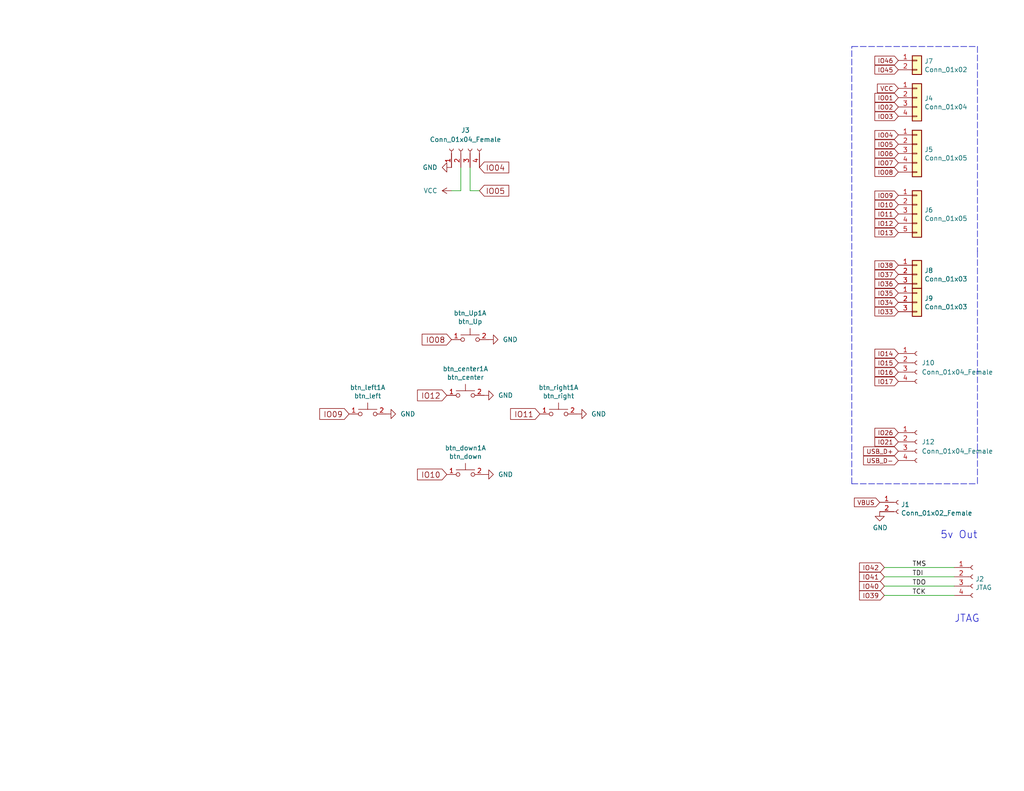
<source format=kicad_sch>
(kicad_sch (version 20211123) (generator eeschema)
  (paper "USLetter")
  (title_block (title "LED Strip Board") (date "2021-10-05") (rev "1.4") (company "BadgePirates") (comment 1 "ESP32-S2 WROVER"))
  (lib_symbols
    (symbol "Connector:Conn_01x02_Female" (pin_names (offset 1.016) hide)
      (property "Reference" "J" (at 0 2.54 0))
      (property "Value" "Conn_01x02_Female" (at 0 -5.08 0))
      (symbol "Conn_01x02_Female_1_1"
        (arc (start 0 -2.032) (mid -0.508 -2.54) (end 0 -3.048) (stroke (width 0.1524)))
        (polyline (pts (xy -1.27 -2.54) (xy -0.508 -2.54)) (stroke (width 0.1524)))
        (polyline (pts (xy -1.27 0) (xy -0.508 0)) (stroke (width 0.1524)))
        (arc (start 0 0.508) (mid -0.508 0) (end 0 -0.508) (stroke (width 0.1524)))
        (pin passive line (at -5.08 0 0) (length 3.81) (name "Pin_1") (number "1"))
        (pin passive line (at -5.08 -2.54 0) (length 3.81) (name "Pin_2") (number "2"))
      )
    )
    (symbol "Connector:Conn_01x04_Female" (pin_names (offset 1.016) hide)
      (property "Reference" "J" (at 0 5.08 0))
      (property "Value" "Conn_01x04_Female" (at 0 -7.62 0))
      (symbol "Conn_01x04_Female_1_1"
        (arc (start 0 -4.572) (mid -0.508 -5.08) (end 0 -5.588) (stroke (width 0.1524)))
        (arc (start 0 -2.032) (mid -0.508 -2.54) (end 0 -3.048) (stroke (width 0.1524)))
        (polyline (pts (xy -1.27 -5.08) (xy -0.508 -5.08)) (stroke (width 0.1524)))
        (polyline (pts (xy -1.27 -2.54) (xy -0.508 -2.54)) (stroke (width 0.1524)))
        (polyline (pts (xy -1.27 0) (xy -0.508 0)) (stroke (width 0.1524)))
        (polyline (pts (xy -1.27 2.54) (xy -0.508 2.54)) (stroke (width 0.1524)))
        (arc (start 0 0.508) (mid -0.508 0) (end 0 -0.508) (stroke (width 0.1524)))
        (arc (start 0 3.048) (mid -0.508 2.54) (end 0 2.032) (stroke (width 0.1524)))
        (pin passive line (at -5.08 2.54 0) (length 3.81) (name "Pin_1") (number "1"))
        (pin passive line (at -5.08 0 0) (length 3.81) (name "Pin_2") (number "2"))
        (pin passive line (at -5.08 -2.54 0) (length 3.81) (name "Pin_3") (number "3"))
        (pin passive line (at -5.08 -5.08 0) (length 3.81) (name "Pin_4") (number "4"))
      )
    )
    (symbol "Connector_Generic:Conn_01x02" (pin_names (offset 1.016) hide)
      (property "Reference" "J" (at 0 2.54 0))
      (property "Value" "Conn_01x02" (at 0 -5.08 0))
      (symbol "Conn_01x02_1_1"
        (rectangle (start -1.27 -2.413) (end 0 -2.667) (stroke (width 0.1524)))
        (rectangle (start -1.27 0.127) (end 0 -0.127) (stroke (width 0.1524)))
        (rectangle (start -1.27 1.27) (end 1.27 -3.81) (stroke (width 0.254)) (fill (type background)))
        (pin passive line (at -5.08 0 0) (length 3.81) (name "Pin_1") (number "1"))
        (pin passive line (at -5.08 -2.54 0) (length 3.81) (name "Pin_2") (number "2"))
      )
    )
    (symbol "Connector_Generic:Conn_01x03" (pin_names (offset 1.016) hide)
      (property "Reference" "J" (at 0 5.08 0))
      (property "Value" "Conn_01x03" (at 0 -5.08 0))
      (symbol "Conn_01x03_1_1"
        (rectangle (start -1.27 -2.413) (end 0 -2.667) (stroke (width 0.1524)))
        (rectangle (start -1.27 0.127) (end 0 -0.127) (stroke (width 0.1524)))
        (rectangle (start -1.27 2.667) (end 0 2.413) (stroke (width 0.1524)))
        (rectangle (start -1.27 3.81) (end 1.27 -3.81) (stroke (width 0.254)) (fill (type background)))
        (pin passive line (at -5.08 2.54 0) (length 3.81) (name "Pin_1") (number "1"))
        (pin passive line (at -5.08 0 0) (length 3.81) (name "Pin_2") (number "2"))
        (pin passive line (at -5.08 -2.54 0) (length 3.81) (name "Pin_3") (number "3"))
      )
    )
    (symbol "Connector_Generic:Conn_01x04" (pin_names (offset 1.016) hide)
      (property "Reference" "J" (at 0 5.08 0))
      (property "Value" "Conn_01x04" (at 0 -7.62 0))
      (symbol "Conn_01x04_1_1"
        (rectangle (start -1.27 -4.953) (end 0 -5.207) (stroke (width 0.1524)))
        (rectangle (start -1.27 -2.413) (end 0 -2.667) (stroke (width 0.1524)))
        (rectangle (start -1.27 0.127) (end 0 -0.127) (stroke (width 0.1524)))
        (rectangle (start -1.27 2.667) (end 0 2.413) (stroke (width 0.1524)))
        (rectangle (start -1.27 3.81) (end 1.27 -6.35) (stroke (width 0.254)) (fill (type background)))
        (pin passive line (at -5.08 2.54 0) (length 3.81) (name "Pin_1") (number "1"))
        (pin passive line (at -5.08 0 0) (length 3.81) (name "Pin_2") (number "2"))
        (pin passive line (at -5.08 -2.54 0) (length 3.81) (name "Pin_3") (number "3"))
        (pin passive line (at -5.08 -5.08 0) (length 3.81) (name "Pin_4") (number "4"))
      )
    )
    (symbol "Connector_Generic:Conn_01x05" (pin_names (offset 1.016) hide)
      (property "Reference" "J" (at 0 7.62 0))
      (property "Value" "Conn_01x05" (at 0 -7.62 0))
      (symbol "Conn_01x05_1_1"
        (rectangle (start -1.27 -4.953) (end 0 -5.207) (stroke (width 0.1524)))
        (rectangle (start -1.27 -2.413) (end 0 -2.667) (stroke (width 0.1524)))
        (rectangle (start -1.27 0.127) (end 0 -0.127) (stroke (width 0.1524)))
        (rectangle (start -1.27 2.667) (end 0 2.413) (stroke (width 0.1524)))
        (rectangle (start -1.27 5.207) (end 0 4.953) (stroke (width 0.1524)))
        (rectangle (start -1.27 6.35) (end 1.27 -6.35) (stroke (width 0.254)) (fill (type background)))
        (pin passive line (at -5.08 5.08 0) (length 3.81) (name "Pin_1") (number "1"))
        (pin passive line (at -5.08 2.54 0) (length 3.81) (name "Pin_2") (number "2"))
        (pin passive line (at -5.08 0 0) (length 3.81) (name "Pin_3") (number "3"))
        (pin passive line (at -5.08 -2.54 0) (length 3.81) (name "Pin_4") (number "4"))
        (pin passive line (at -5.08 -5.08 0) (length 3.81) (name "Pin_5") (number "5"))
      )
    )
    (symbol "Switch:SW_Push_Dual_x2" (pin_names (offset 1.016) hide)
      (property "Reference" "SW" (at 1.27 2.54 0))
      (property "Value" "SW_Push_Dual_x2" (at 0 -1.524 0))
      (symbol "SW_Push_Dual_x2_0_1"
        (circle (center -2.032 0) (radius 0.508))
        (polyline (pts (xy 0 1.27) (xy 0 3.048)))
        (polyline (pts (xy 2.54 1.27) (xy -2.54 1.27)))
        (circle (center 2.032 0) (radius 0.508))
      )
      (symbol "SW_Push_Dual_x2_1_1"
        (pin passive line (at -5.08 0 0) (length 2.54) (name "C") (number "1"))
        (pin passive line (at 5.08 0 180) (length 2.54) (name "D") (number "2"))
      )
      (symbol "SW_Push_Dual_x2_2_1"
        (pin passive line (at -5.08 0 0) (length 2.54) (name "C") (number "3"))
        (pin passive line (at 5.08 0 180) (length 2.54) (name "D") (number "4"))
      )
    )
    (symbol "power:GND" (power) (pin_names (offset 0))
      (property "Value" "GND" (at 0 -3.81 0))
      (symbol "GND_0_1"
        (polyline (pts (xy 0 0) (xy 0 -1.27) (xy 1.27 -1.27) (xy 0 -2.54) (xy -1.27 -1.27) (xy 0 -1.27)))
      )
      (symbol "GND_1_1"
        (pin power_in line (at 0 0 270) (length 0) hide (name "GND") (number "1"))
      )
    )
    (symbol "power:VCC" (power) (pin_names (offset 0))
      (property "Value" "VCC" (at 0 3.81 0))
      (symbol "VCC_0_1"
        (polyline (pts (xy -0.762 1.27) (xy 0 2.54)))
        (polyline (pts (xy 0 0) (xy 0 2.54)))
        (polyline (pts (xy 0 2.54) (xy 0.762 1.27)))
      )
      (symbol "VCC_1_1"
        (pin power_in line (at 0 0 90) (length 0) hide (name "VCC") (number "1"))
      )
    )
  )
  (wire (pts (xy 241.3 154.94) (xy 260.35 154.94)))
  (polyline (pts (xy 232.41 132.08) (xy 266.7 132.08)))
  (polyline (pts (xy 232.41 132.08) (xy 232.41 12.7)))
  (polyline (pts (xy 266.7 12.7) (xy 266.7 68.58)))
  (wire (pts (xy 241.3 160.02) (xy 260.35 160.02)))
  (wire (pts (xy 125.73 52.07) (xy 123.19 52.07)))
  (polyline (pts (xy 232.41 12.7) (xy 266.7 12.7)))
  (wire (pts (xy 241.3 157.48) (xy 260.35 157.48)))
  (wire (pts (xy 128.27 45.72) (xy 128.27 52.07)))
  (wire (pts (xy 241.3 162.56) (xy 260.35 162.56)))
  (wire (pts (xy 128.27 52.07) (xy 130.81 52.07)))
  (polyline (pts (xy 266.7 68.58) (xy 266.7 132.08)))
  (wire (pts (xy 125.73 45.72) (xy 125.73 52.07)))
  (text "JTAG" (at 260.35 170.18 0) (effects (font (size 2.0066 2.0066)) (justify left bottom)))
  (text "5v Out" (at 256.54 147.32 0) (effects (font (size 2.0066 2.0066)) (justify left bottom)))
  (label "TMS" (at 248.92 154.94 0))
  (label "TDI" (at 248.92 157.48 0))
  (label "TDO" (at 248.92 160.02 0))
  (label "TCK" (at 248.92 162.56 0))
  (global_label "IO01" (shape input) (at 245.11 26.67 180) (effects (font (size 1.2 1.2))) (property "Intersheet References" "${INTERSHEET_REFS}" (effects hide)))
  (global_label "IO37" (shape input) (at 245.11 74.93 180) (effects (font (size 1.2 1.2))) (property "Intersheet References" "${INTERSHEET_REFS}" (effects hide)))
  (global_label "IO03" (shape input) (at 245.11 31.75 180) (effects (font (size 1.2 1.2))) (property "Intersheet References" "${INTERSHEET_REFS}" (effects hide)))
  (global_label "IO34" (shape input) (at 245.11 82.55 180) (effects (font (size 1.2 1.2))) (property "Intersheet References" "${INTERSHEET_REFS}" (effects hide)))
  (global_label "IO06" (shape input) (at 245.11 41.91 180) (effects (font (size 1.2 1.2))) (property "Intersheet References" "${INTERSHEET_REFS}" (effects hide)))
  (global_label "IO11" (shape input) (at 147.32 113.03 180) (effects (font (size 1.5 1.5))) (property "Intersheet References" "${INTERSHEET_REFS}" (effects hide)))
  (global_label "IO40" (shape input) (at 241.3 160.02 180) (property "Intersheet References" "${INTERSHEET_REFS}" (effects hide)))
  (global_label "IO39" (shape input) (at 241.3 162.56 180) (property "Intersheet References" "${INTERSHEET_REFS}" (effects hide)))
  (global_label "IO16" (shape input) (at 245.11 101.6 180) (effects (font (size 1.2 1.2))) (property "Intersheet References" "${INTERSHEET_REFS}" (effects hide)))
  (global_label "IO13" (shape input) (at 245.11 63.5 180) (effects (font (size 1.2 1.2))) (property "Intersheet References" "${INTERSHEET_REFS}" (effects hide)))
  (global_label "IO21" (shape input) (at 245.11 120.65 180) (effects (font (size 1.2 1.2))) (property "Intersheet References" "${INTERSHEET_REFS}" (effects hide)))
  (global_label "IO02" (shape input) (at 245.11 29.21 180) (effects (font (size 1.2 1.2))) (property "Intersheet References" "${INTERSHEET_REFS}" (effects hide)))
  (global_label "IO04" (shape input) (at 130.81 45.72 0) (effects (font (size 1.5 1.5))) (property "Intersheet References" "${INTERSHEET_REFS}" (effects hide)))
  (global_label "IO04" (shape input) (at 245.11 36.83 180) (effects (font (size 1.2 1.2))) (property "Intersheet References" "${INTERSHEET_REFS}" (effects hide)))
  (global_label "IO41" (shape input) (at 241.3 157.48 180) (property "Intersheet References" "${INTERSHEET_REFS}" (effects hide)))
  (global_label "IO15" (shape input) (at 245.11 99.06 180) (effects (font (size 1.2 1.2))) (property "Intersheet References" "${INTERSHEET_REFS}" (effects hide)))
  (global_label "VBUS" (shape input) (at 240.03 137.16 180) (effects (font (size 1.2 1.2))) (property "Intersheet References" "${INTERSHEET_REFS}" (effects hide)))
  (global_label "IO12" (shape input) (at 121.92 107.95 180) (effects (font (size 1.5 1.5))) (property "Intersheet References" "${INTERSHEET_REFS}" (effects hide)))
  (global_label "IO10" (shape input) (at 121.92 129.54 180) (effects (font (size 1.5 1.5))) (property "Intersheet References" "${INTERSHEET_REFS}" (effects hide)))
  (global_label "USB_D+" (shape input) (at 245.11 123.19 180) (effects (font (size 1.2 1.2))) (property "Intersheet References" "${INTERSHEET_REFS}" (effects hide)))
  (global_label "IO05" (shape input) (at 130.81 52.07 0) (effects (font (size 1.5 1.5))) (property "Intersheet References" "${INTERSHEET_REFS}" (effects hide)))
  (global_label "IO17" (shape input) (at 245.11 104.14 180) (effects (font (size 1.2 1.2))) (property "Intersheet References" "${INTERSHEET_REFS}" (effects hide)))
  (global_label "IO36" (shape input) (at 245.11 77.47 180) (effects (font (size 1.2 1.2))) (property "Intersheet References" "${INTERSHEET_REFS}" (effects hide)))
  (global_label "USB_D-" (shape input) (at 245.11 125.73 180) (effects (font (size 1.2 1.2))) (property "Intersheet References" "${INTERSHEET_REFS}" (effects hide)))
  (global_label "IO09" (shape input) (at 245.11 53.34 180) (effects (font (size 1.2 1.2))) (property "Intersheet References" "${INTERSHEET_REFS}" (effects hide)))
  (global_label "IO08" (shape input) (at 123.19 92.71 180) (effects (font (size 1.5 1.5))) (property "Intersheet References" "${INTERSHEET_REFS}" (effects hide)))
  (global_label "IO10" (shape input) (at 245.11 55.88 180) (effects (font (size 1.2 1.2))) (property "Intersheet References" "${INTERSHEET_REFS}" (effects hide)))
  (global_label "IO14" (shape input) (at 245.11 96.52 180) (effects (font (size 1.2 1.2))) (property "Intersheet References" "${INTERSHEET_REFS}" (effects hide)))
  (global_label "IO26" (shape input) (at 245.11 118.11 180) (effects (font (size 1.2 1.2))) (property "Intersheet References" "${INTERSHEET_REFS}" (effects hide)))
  (global_label "VCC" (shape input) (at 245.11 24.13 180) (effects (font (size 1.2 1.2))) (property "Intersheet References" "${INTERSHEET_REFS}" (effects hide)))
  (global_label "IO35" (shape input) (at 245.11 80.01 180) (effects (font (size 1.2 1.2))) (property "Intersheet References" "${INTERSHEET_REFS}" (effects hide)))
  (global_label "IO05" (shape input) (at 245.11 39.37 180) (effects (font (size 1.2 1.2))) (property "Intersheet References" "${INTERSHEET_REFS}" (effects hide)))
  (global_label "IO33" (shape input) (at 245.11 85.09 180) (effects (font (size 1.2 1.2))) (property "Intersheet References" "${INTERSHEET_REFS}" (effects hide)))
  (global_label "IO09" (shape input) (at 95.25 113.03 180) (effects (font (size 1.5 1.5))) (property "Intersheet References" "${INTERSHEET_REFS}" (effects hide)))
  (global_label "IO07" (shape input) (at 245.11 44.45 180) (effects (font (size 1.2 1.2))) (property "Intersheet References" "${INTERSHEET_REFS}" (effects hide)))
  (global_label "IO11" (shape input) (at 245.11 58.42 180) (effects (font (size 1.2 1.2))) (property "Intersheet References" "${INTERSHEET_REFS}" (effects hide)))
  (global_label "IO45" (shape input) (at 245.11 19.05 180) (effects (font (size 1.2 1.2))) (property "Intersheet References" "${INTERSHEET_REFS}" (effects hide)))
  (global_label "IO42" (shape input) (at 241.3 154.94 180) (property "Intersheet References" "${INTERSHEET_REFS}" (effects hide)))
  (global_label "IO12" (shape input) (at 245.11 60.96 180) (effects (font (size 1.2 1.2))) (property "Intersheet References" "${INTERSHEET_REFS}" (effects hide)))
  (global_label "IO08" (shape input) (at 245.11 46.99 180) (effects (font (size 1.2 1.2))) (property "Intersheet References" "${INTERSHEET_REFS}" (effects hide)))
  (global_label "IO38" (shape input) (at 245.11 72.39 180) (effects (font (size 1.2 1.2))) (property "Intersheet References" "${INTERSHEET_REFS}" (effects hide)))
  (global_label "IO46" (shape input) (at 245.11 16.51 180) (effects (font (size 1.2 1.2))) (property "Intersheet References" "${INTERSHEET_REFS}" (effects hide)))
  (symbol (lib_id "Connector:Conn_01x04_Female") (at 265.43 157.48 0) (unit 1)
    (property "Reference" "J2" (at 266.1412 158.0896 0) (effects (justify left)))
    (property "Value" "JTAG" (at 266.1412 160.401 0) (effects (justify left)))
    (property "Footprint" "Digi:PinHeader_1x4_P2.54mm_Drill1.02mm" (effects hide))
  )
  (symbol (lib_id "Switch:SW_Push_Dual_x2") (at 152.4 113.03 0) (unit 1)
    (property "Reference" "btn_right1" (at 152.4 105.791 0))
    (property "Value" "btn_right" (at 152.4 108.1024 0))
    (property "Footprint" "BadgePirates:Switch_Tactile_SMD_B3U-1000P-BPVersion" (effects hide))
  )
  (symbol (lib_id "Connector:Conn_01x02_Female") (at 245.11 137.16 0) (unit 1)
    (property "Reference" "J1" (at 245.8212 137.7696 0) (effects (justify left)))
    (property "Value" "Conn_01x02_Female" (at 245.8212 140.081 0) (effects (justify left)))
    (property "Footprint" "BadgePirate:PinHeader_1x02_P2.54mm_Vertical" (effects hide))
  )
  (symbol (lib_id "power:GND") (at 240.03 139.7 0) (unit 1)
    (property "Reference" "#PWR0126" (effects hide))
    (property "Value" "GND" (at 240.157 144.0942 0))
  )
  (symbol (lib_id "Connector_Generic:Conn_01x05") (at 250.19 58.42 0) (unit 1)
    (property "Reference" "J6" (at 252.222 57.3532 0) (effects (justify left)))
    (property "Value" "Conn_01x05" (at 252.222 59.6646 0) (effects (justify left)))
    (property "Footprint" "Digi:PinHeader_1x5_P2.5mm_Drill1.1mm" (effects hide))
  )
  (symbol (lib_id "Connector_Generic:Conn_01x05") (at 250.19 41.91 0) (unit 1)
    (property "Reference" "J5" (at 252.222 40.8432 0) (effects (justify left)))
    (property "Value" "Conn_01x05" (at 252.222 43.1546 0) (effects (justify left)))
    (property "Footprint" "Digi:PinHeader_1x5_P2.5mm_Drill1.1mm" (effects hide))
  )
  (symbol (lib_id "Connector_Generic:Conn_01x02") (at 250.19 16.51 0) (unit 1)
    (property "Reference" "J7" (at 252.222 16.7132 0) (effects (justify left)))
    (property "Value" "Conn_01x02" (at 252.222 19.0246 0) (effects (justify left)))
    (property "Footprint" "Digi:PinHeader_1x2_P2.5mm_Drill1.1mm" (effects hide))
  )
  (symbol (lib_id "Connector_Generic:Conn_01x04") (at 250.19 26.67 0) (unit 1)
    (property "Reference" "J4" (at 252.222 26.8732 0) (effects (justify left)))
    (property "Value" "Conn_01x04" (at 252.222 29.1846 0) (effects (justify left)))
    (property "Footprint" "Digi:PinHeader_1x4_P2.5mm_Drill1.1mm" (effects hide))
  )
  (symbol (lib_id "Connector_Generic:Conn_01x03") (at 250.19 82.55 0) (unit 1)
    (property "Reference" "J9" (at 252.222 81.4832 0) (effects (justify left)))
    (property "Value" "Conn_01x03" (at 252.222 83.7946 0) (effects (justify left)))
    (property "Footprint" "Digi:PinHeader_1x3_P2.5mm_Drill1.1mm" (effects hide))
  )
  (symbol (lib_id "Connector_Generic:Conn_01x03") (at 250.19 74.93 0) (unit 1)
    (property "Reference" "J8" (at 252.222 73.8632 0) (effects (justify left)))
    (property "Value" "Conn_01x03" (at 252.222 76.1746 0) (effects (justify left)))
    (property "Footprint" "Digi:PinHeader_1x3_P2.5mm_Drill1.1mm" (effects hide))
  )
  (symbol (lib_id "Connector:Conn_01x04_Female") (at 125.73 40.64 90) (unit 1)
    (property "Reference" "J3" (at 127 35.56 90))
    (property "Value" "Conn_01x04_Female" (at 127 38.1 90))
    (property "Footprint" "Connector_PinHeader_2.54mm:PinHeader_1x04_P2.54mm_Vertical" (effects hide))
  )
  (symbol (lib_id "power:GND") (at 132.08 129.54 90) (unit 1)
    (property "Reference" "#PWR0104" (effects hide))
    (property "Value" "GND" (at 135.89 129.5399 90) (effects (justify right)))
  )
  (symbol (lib_id "Switch:SW_Push_Dual_x2") (at 127 107.95 0) (unit 1)
    (property "Reference" "btn_center1" (at 127 100.711 0))
    (property "Value" "btn_center" (at 127 103.0224 0))
    (property "Footprint" "BadgePirates:Switch_Tactile_SMD_B3U-1000P-BPVersion" (effects hide))
  )
  (symbol (lib_id "Switch:SW_Push_Dual_x2") (at 127 129.54 0) (unit 1)
    (property "Reference" "btn_down1" (at 127 122.301 0))
    (property "Value" "btn_down" (at 127 124.6124 0))
    (property "Footprint" "BadgePirates:Switch_Tactile_SMD_B3U-1000P-BPVersion" (effects hide))
  )
  (symbol (lib_id "Connector:Conn_01x04_Female") (at 250.19 120.65 0) (unit 1)
    (property "Reference" "J12" (at 251.46 120.6499 0) (effects (justify left)))
    (property "Value" "Conn_01x04_Female" (at 251.46 123.1899 0) (effects (justify left)))
    (property "Footprint" "Connector_PinHeader_2.54mm:PinHeader_1x04_P2.54mm_Vertical" (effects hide))
  )
  (symbol (lib_id "power:GND") (at 157.48 113.03 90) (unit 1)
    (property "Reference" "#PWR0105" (effects hide))
    (property "Value" "GND" (at 161.29 113.0299 90) (effects (justify right)))
  )
  (symbol (lib_id "power:GND") (at 105.41 113.03 90) (unit 1)
    (property "Reference" "#PWR0106" (effects hide))
    (property "Value" "GND" (at 109.22 113.0299 90) (effects (justify right)))
  )
  (symbol (lib_id "power:GND") (at 123.19 45.72 270) (unit 1)
    (property "Reference" "#PWR0101" (effects hide))
    (property "Value" "GND" (at 119.38 45.7199 90) (effects (justify right)))
  )
  (symbol (lib_id "power:VCC") (at 123.19 52.07 90) (unit 1)
    (property "Reference" "#PWR0102" (effects hide))
    (property "Value" "VCC" (at 119.38 52.0699 90) (effects (justify left)))
  )
  (symbol (lib_id "power:GND") (at 133.35 92.71 90) (unit 1)
    (property "Reference" "#PWR0103" (effects hide))
    (property "Value" "GND" (at 137.16 92.7099 90) (effects (justify right)))
  )
  (symbol (lib_id "Connector:Conn_01x04_Female") (at 250.19 99.06 0) (unit 1)
    (property "Reference" "J10" (at 251.46 99.0599 0) (effects (justify left)))
    (property "Value" "Conn_01x04_Female" (at 251.46 101.5999 0) (effects (justify left)))
    (property "Footprint" "Connector_PinHeader_2.54mm:PinHeader_1x04_P2.54mm_Vertical" (effects hide))
  )
  (symbol (lib_id "Switch:SW_Push_Dual_x2") (at 100.33 113.03 0) (unit 1)
    (property "Reference" "btn_left1" (at 100.33 105.791 0))
    (property "Value" "btn_left" (at 100.33 108.1024 0))
    (property "Footprint" "BadgePirates:Switch_Tactile_SMD_B3U-1000P-BPVersion" (effects hide))
  )
  (symbol (lib_id "power:GND") (at 132.08 107.95 90) (unit 1)
    (property "Reference" "#PWR0107" (effects hide))
    (property "Value" "GND" (at 135.89 107.9499 90) (effects (justify right)))
  )
  (symbol (lib_id "Switch:SW_Push_Dual_x2") (at 128.27 92.71 0) (unit 1)
    (property "Reference" "btn_Up1" (at 128.27 85.471 0))
    (property "Value" "btn_Up" (at 128.27 87.7824 0))
    (property "Footprint" "BadgePirates:Switch_Tactile_SMD_B3U-1000P-BPVersion" (effects hide))
  )
)
</source>
